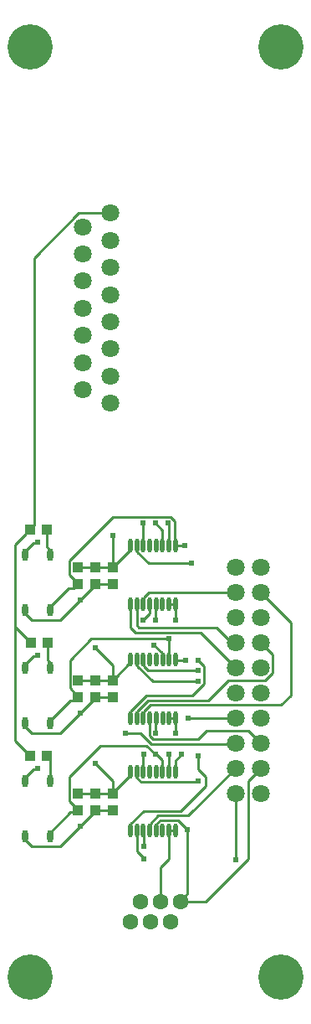
<source format=gtl>
G04*
G04 #@! TF.GenerationSoftware,Altium Limited,Altium Designer,22.6.1 (34)*
G04*
G04 Layer_Physical_Order=1*
G04 Layer_Color=255*
%FSLAX23Y23*%
%MOIN*%
G70*
G04*
G04 #@! TF.SameCoordinates,B6A25038-3202-4191-8880-7B975E66899D*
G04*
G04*
G04 #@! TF.FilePolarity,Positive*
G04*
G01*
G75*
%ADD12C,0.010*%
%ADD15O,0.018X0.055*%
%ADD16R,0.039X0.043*%
%ADD17R,0.043X0.039*%
%ADD18O,0.024X0.051*%
%ADD28C,0.071*%
%ADD29C,0.063*%
%ADD30C,0.180*%
%ADD31C,0.024*%
D12*
X1572Y2064D02*
X1573Y2065D01*
X1572Y1997D02*
Y2064D01*
X1572Y1996D02*
X1572Y1997D01*
X1637Y2052D02*
X1638D01*
X1647Y2043D01*
X1620Y2065D02*
X1624D01*
X1585Y2100D02*
X1620Y2065D01*
X1624D02*
X1637Y2052D01*
X1647Y1998D02*
Y2043D01*
Y1998D02*
X1648Y1996D01*
X1400Y2100D02*
X1585D01*
X1277Y1977D02*
X1400Y2100D01*
X1500Y2150D02*
X1560D01*
X1603Y2107D02*
X1937D01*
X1560Y2150D02*
X1603Y2107D01*
X1596Y2140D02*
X1610Y2125D01*
X1790D01*
X1825Y2160D01*
X1720Y1480D02*
Y1485D01*
X1709Y1804D02*
X1746Y1767D01*
Y1511D02*
Y1767D01*
X1720Y1485D02*
X1746Y1511D01*
X1720Y1480D02*
X1820D01*
X1585Y2298D02*
X1768D01*
X1790Y2440D02*
X1815Y2415D01*
Y2345D02*
Y2415D01*
X1768Y2298D02*
X1815Y2345D01*
X1546Y1681D02*
Y1764D01*
Y1681D02*
X1573Y1654D01*
Y1650D02*
Y1654D01*
X1990Y1650D02*
Y1960D01*
X1820Y1480D02*
X1990Y1650D01*
Y1960D02*
X2040Y2010D01*
X1126Y1700D02*
X1240D01*
X1320Y1780D02*
Y1781D01*
X1240Y1700D02*
X1320Y1780D01*
X1369Y1830D02*
X1380Y1841D01*
X1320Y1781D02*
X1369Y1830D01*
X1380D01*
X1320Y2230D02*
Y2231D01*
X1319Y2231D02*
X1380Y2291D01*
X1239Y2150D02*
X1319Y2231D01*
X1369Y2280D02*
X1380D01*
X1320Y2231D02*
X1369Y2280D01*
X1239Y2600D02*
X1319Y2681D01*
X1320Y2681D02*
X1379Y2740D01*
X1319Y2681D02*
X1380Y2741D01*
X1379Y2740D02*
X1380D01*
X1320Y2680D02*
Y2681D01*
X1670Y2985D02*
X1673Y2982D01*
Y2898D02*
Y2982D01*
Y2898D02*
X1674Y2896D01*
X1620Y2985D02*
X1648Y2957D01*
Y2896D02*
Y2957D01*
X1450Y1910D02*
Y1960D01*
X1380Y2030D02*
X1450Y1960D01*
X1277Y1878D02*
Y1977D01*
X1937Y2107D02*
X1940Y2110D01*
X1450Y2360D02*
Y2420D01*
X1380Y2490D02*
X1450Y2420D01*
X1279Y2328D02*
Y2439D01*
X1365Y2525D02*
X1675D01*
X1279Y2439D02*
X1365Y2525D01*
X1380Y1830D02*
X1393Y1843D01*
X1380D02*
X1393D01*
X1433D01*
X1450D01*
X1383Y2743D02*
X1450D01*
X1380Y2740D02*
X1383Y2743D01*
X1443Y2293D02*
X1450D01*
X1380D02*
X1393D01*
X1380Y2280D02*
X1393Y2293D01*
X1443D01*
X1700Y2040D02*
X1725Y2065D01*
X1700Y1996D02*
Y2040D01*
X1787Y1957D02*
X1790Y1960D01*
X1777Y1956D02*
X1779Y1957D01*
X1787D01*
X1563Y1956D02*
X1777D01*
X1820Y1940D02*
Y1977D01*
X1720Y1840D02*
X1820Y1940D01*
X1790Y2007D02*
X1820Y1977D01*
X1624Y1840D02*
X1720D01*
X1790Y2007D02*
Y2060D01*
X1624Y1840D02*
X1624Y1840D01*
X1573Y1840D02*
X1624D01*
X1522Y2235D02*
X1585Y2298D01*
X1750Y2210D02*
X1940D01*
X1548Y1971D02*
X1563Y1956D01*
X1546Y1996D02*
X1548Y1995D01*
Y1971D02*
Y1995D01*
X1522Y1789D02*
X1573Y1840D01*
X1593Y2825D02*
X1765D01*
X1548Y2871D02*
Y2895D01*
Y2871D02*
X1593Y2825D01*
X1546Y2896D02*
X1548Y2895D01*
X1570Y2985D02*
X1571Y2984D01*
Y2897D02*
Y2984D01*
Y2897D02*
X1572Y2896D01*
X1940Y1645D02*
Y1910D01*
X1674Y1996D02*
X1674Y1997D01*
Y2064D01*
X1675Y2065D01*
X1596Y2662D02*
X1597Y2664D01*
X1596Y2625D02*
Y2662D01*
X1571Y2600D02*
X1596Y2625D01*
X1546Y2579D02*
Y2664D01*
Y2579D02*
X1555Y2570D01*
X1864D01*
X1520Y2570D02*
Y2664D01*
X1540Y2550D02*
X1800D01*
X1520Y2570D02*
X1540Y2550D01*
X1573Y1702D02*
X1575Y1700D01*
X1573Y1702D02*
Y1762D01*
X1572Y1764D02*
X1573Y1762D01*
X1700Y2600D02*
Y2664D01*
Y2600D02*
X1700Y2600D01*
X1700Y2664D02*
X1700Y2664D01*
X1700Y2150D02*
Y2210D01*
X1380Y2810D02*
X1450D01*
Y2812D02*
Y2935D01*
X1380Y2360D02*
X1450D01*
X1380Y1910D02*
X1450D01*
X1522Y1765D02*
Y1789D01*
X1520Y1764D02*
X1522Y1765D01*
X1752Y1822D02*
X1940Y2010D01*
X1632Y1822D02*
X1752D01*
X1599Y1789D02*
X1632Y1822D01*
X1599Y1765D02*
Y1789D01*
X1597Y1764D02*
X1599Y1765D01*
X1548Y2417D02*
X1610Y2355D01*
X1548Y2417D02*
Y2441D01*
X1546Y2442D02*
X1548Y2441D01*
X1610Y2355D02*
X1790D01*
X1574Y2417D02*
Y2441D01*
Y2417D02*
X1590Y2400D01*
X1790D01*
X1572Y2442D02*
X1574Y2441D01*
X1548Y2235D02*
X1592Y2280D01*
X1910Y2360D02*
X2058D01*
X1830Y2280D02*
X1910Y2360D01*
X1592Y2280D02*
X1830D01*
X1548Y2211D02*
Y2235D01*
X2058Y2360D02*
X2088Y2390D01*
X1546Y2210D02*
X1548Y2211D01*
X1522D02*
Y2235D01*
X1521Y2210D02*
X1522Y2211D01*
X2040Y2510D02*
X2088Y2462D01*
Y2390D02*
Y2462D01*
X2160Y2300D02*
Y2590D01*
X2040Y2710D02*
X2160Y2590D01*
X1600Y2262D02*
X2122D01*
X2160Y2300D01*
X1574Y2235D02*
X1600Y2262D01*
X1574Y2211D02*
Y2235D01*
X1572Y2210D02*
X1574Y2211D01*
X1647Y2444D02*
X1649Y2442D01*
X1647Y2444D02*
Y2468D01*
X1615Y2500D02*
X1647Y2468D01*
X1615Y2500D02*
X1615D01*
X1675Y2468D02*
Y2525D01*
X1825Y2160D02*
X1990D01*
X2040Y2110D01*
X1596Y2140D02*
Y2184D01*
X1622Y2151D02*
Y2209D01*
X1623Y2210D01*
X1621Y2150D02*
X1622Y2151D01*
X1800Y2550D02*
X1940Y2410D01*
X1864Y2570D02*
X1924Y2510D01*
X1620Y2600D02*
X1621Y2601D01*
Y2662D02*
X1623Y2664D01*
X1621Y2601D02*
Y2662D01*
X1450Y3010D02*
X1680D01*
X1698Y2898D02*
Y2992D01*
X1680Y3010D02*
X1698Y2992D01*
X1277Y2837D02*
X1450Y3010D01*
X1700Y2897D02*
X1737D01*
X1700Y2896D02*
X1700Y2897D01*
X1700Y2442D02*
X1702Y2440D01*
X1740D01*
X1596Y2209D02*
X1598Y2210D01*
X1596Y2184D02*
X1596Y2184D01*
Y2209D01*
X1674Y2210D02*
X1700D01*
X1924Y2510D02*
X1940D01*
X1573Y2665D02*
Y2689D01*
X1594Y2710D01*
X1940D01*
X1572Y2664D02*
X1573Y2665D01*
X1698Y2898D02*
X1700Y2896D01*
X1277Y2778D02*
X1310Y2745D01*
X1277Y2778D02*
Y2837D01*
X1310Y2743D02*
Y2745D01*
X1673Y2444D02*
X1674Y2442D01*
X1673Y2444D02*
Y2468D01*
X1279Y2328D02*
X1312Y2295D01*
Y2293D02*
Y2295D01*
X1309Y1846D02*
X1310Y1845D01*
X1277Y1878D02*
X1309Y1846D01*
X1298Y1835D02*
X1309Y1846D01*
X1310Y1843D02*
Y1845D01*
X1380Y2741D02*
Y2743D01*
X1126Y2600D02*
X1239D01*
X1100Y2626D02*
Y2640D01*
Y2626D02*
X1126Y2600D01*
X1380Y2291D02*
Y2293D01*
X1126Y2150D02*
X1239D01*
X1100Y2176D02*
Y2190D01*
Y2176D02*
X1126Y2150D01*
X1380Y1841D02*
Y1843D01*
X1100Y1726D02*
X1126Y1700D01*
X1100Y1726D02*
Y1740D01*
X1310Y1910D02*
X1380D01*
X1310Y2810D02*
X1380D01*
X1103Y2075D02*
Y2077D01*
X1060Y2120D02*
Y2573D01*
X1118Y2060D02*
X1120D01*
X1103Y2075D02*
X1118Y2060D01*
X1060Y2120D02*
X1103Y2077D01*
X1060Y2573D02*
X1106Y2527D01*
X1121Y2510D02*
X1123D01*
X1106Y2525D02*
X1121Y2510D01*
X1106Y2525D02*
Y2527D01*
X1103Y2945D02*
X1118Y2960D01*
X1103Y2943D02*
Y2945D01*
X1060Y2900D02*
X1103Y2943D01*
X1060Y2573D02*
Y2900D01*
X1118Y2960D02*
X1120D01*
X1137Y2975D02*
Y4039D01*
X1315Y4218D02*
X1442D01*
X1137Y4039D02*
X1315Y4218D01*
X1122Y2960D02*
X1137Y2975D01*
X1120Y2960D02*
X1122D01*
X1273Y2726D02*
X1295D01*
X1310Y2741D01*
Y2743D01*
X1200Y2640D02*
Y2654D01*
X1273Y2726D01*
X1639Y1804D02*
X1709D01*
X1624Y1789D02*
X1639Y1804D01*
X1624Y1765D02*
Y1789D01*
X1623Y1764D02*
X1624Y1765D01*
X1674Y1764D02*
X1700D01*
X1450Y1912D02*
X1514Y1976D01*
X1281Y1835D02*
X1298D01*
X1200Y1754D02*
X1281Y1835D01*
X1514Y1976D02*
X1517D01*
X1520Y1980D01*
Y1996D01*
X1133Y2007D02*
X1147D01*
X1100Y1974D02*
X1133Y2007D01*
X1147D02*
X1150Y2010D01*
X1100Y1960D02*
Y1974D01*
X1200Y1960D02*
Y2047D01*
Y1740D02*
Y1754D01*
X1187Y2060D02*
X1200Y2047D01*
X1467Y2827D02*
X1516Y2876D01*
X1467Y2377D02*
X1512Y2422D01*
X1674Y2664D02*
X1700D01*
X1674Y1651D02*
Y1764D01*
X1640Y1480D02*
Y1617D01*
X1674Y1651D01*
X1133Y2907D02*
X1147D01*
X1150Y2910D01*
X1100Y2860D02*
Y2874D01*
X1133Y2907D01*
Y2457D02*
X1147D01*
X1150Y2460D01*
X1100Y2410D02*
Y2424D01*
X1133Y2457D01*
X1450Y2362D02*
X1465Y2377D01*
X1467D01*
X1521Y2426D02*
Y2442D01*
X1512Y2422D02*
X1517D01*
X1521Y2426D01*
X1450Y2812D02*
X1465Y2827D01*
X1467D01*
X1516Y2876D02*
X1517D01*
X1450Y2810D02*
Y2812D01*
X1517Y2876D02*
X1520Y2880D01*
Y2896D01*
X1312Y2360D02*
X1380D01*
X1200Y2860D02*
Y2878D01*
X1187Y2891D02*
Y2960D01*
Y2891D02*
X1200Y2878D01*
Y2200D02*
X1280Y2280D01*
X1300D01*
X1310Y2290D01*
X1200Y2190D02*
Y2200D01*
X1190Y2438D02*
X1200Y2428D01*
X1190Y2438D02*
Y2510D01*
X1200Y2410D02*
Y2428D01*
D15*
X1520Y1764D02*
D03*
X1546D02*
D03*
X1572D02*
D03*
X1597D02*
D03*
X1623D02*
D03*
X1648D02*
D03*
X1674D02*
D03*
X1700D02*
D03*
X1520Y1996D02*
D03*
X1546D02*
D03*
X1572D02*
D03*
X1597D02*
D03*
X1623D02*
D03*
X1648D02*
D03*
X1674D02*
D03*
X1700D02*
D03*
X1521Y2210D02*
D03*
X1546D02*
D03*
X1572D02*
D03*
X1598D02*
D03*
X1623D02*
D03*
X1649D02*
D03*
X1674D02*
D03*
X1700D02*
D03*
X1521Y2442D02*
D03*
X1546D02*
D03*
X1572D02*
D03*
X1598D02*
D03*
X1623D02*
D03*
X1649D02*
D03*
X1674D02*
D03*
X1700D02*
D03*
X1700Y2896D02*
D03*
X1674D02*
D03*
X1648D02*
D03*
X1623D02*
D03*
X1597D02*
D03*
X1572D02*
D03*
X1546D02*
D03*
X1520D02*
D03*
X1700Y2664D02*
D03*
X1674D02*
D03*
X1648D02*
D03*
X1623D02*
D03*
X1597D02*
D03*
X1572D02*
D03*
X1546D02*
D03*
X1520D02*
D03*
D16*
X1310Y1843D02*
D03*
Y1910D02*
D03*
X1380Y1843D02*
D03*
Y1910D02*
D03*
X1450Y1843D02*
D03*
Y1910D02*
D03*
X1380Y2360D02*
D03*
Y2293D02*
D03*
X1450Y2360D02*
D03*
Y2293D02*
D03*
Y2810D02*
D03*
Y2743D02*
D03*
X1380Y2810D02*
D03*
Y2743D02*
D03*
X1310Y2810D02*
D03*
Y2743D02*
D03*
X1312Y2360D02*
D03*
Y2293D02*
D03*
D17*
X1187Y2060D02*
D03*
X1120D02*
D03*
X1187Y2960D02*
D03*
X1120D02*
D03*
X1123Y2510D02*
D03*
X1190D02*
D03*
D18*
X1100Y1740D02*
D03*
X1200D02*
D03*
X1100Y1960D02*
D03*
X1200D02*
D03*
X1100Y2640D02*
D03*
X1200D02*
D03*
X1100Y2860D02*
D03*
X1200D02*
D03*
Y2410D02*
D03*
X1100D02*
D03*
X1200Y2190D02*
D03*
X1100D02*
D03*
D28*
X2040Y2810D02*
D03*
Y2710D02*
D03*
Y2610D02*
D03*
Y2510D02*
D03*
Y2110D02*
D03*
Y2210D02*
D03*
Y2310D02*
D03*
Y2410D02*
D03*
X1940D02*
D03*
Y2310D02*
D03*
Y2210D02*
D03*
Y2110D02*
D03*
Y2510D02*
D03*
Y2610D02*
D03*
Y2710D02*
D03*
Y2810D02*
D03*
Y1910D02*
D03*
Y2010D02*
D03*
X2040D02*
D03*
Y1910D02*
D03*
X1330Y3516D02*
D03*
Y3624D02*
D03*
Y3732D02*
D03*
Y3840D02*
D03*
Y3948D02*
D03*
Y4056D02*
D03*
Y4164D02*
D03*
X1442Y4218D02*
D03*
Y4110D02*
D03*
Y4002D02*
D03*
Y3894D02*
D03*
Y3786D02*
D03*
Y3678D02*
D03*
Y3570D02*
D03*
Y3462D02*
D03*
D29*
X1520Y1400D02*
D03*
X1600D02*
D03*
X1680D02*
D03*
X1560Y1480D02*
D03*
X1640D02*
D03*
X1720D02*
D03*
D30*
X1120Y1180D02*
D03*
X2120D02*
D03*
Y4880D02*
D03*
X1120D02*
D03*
D31*
X1573Y2065D02*
D03*
X1620D02*
D03*
X1746Y1767D02*
D03*
X1790Y2440D02*
D03*
X1573Y1650D02*
D03*
X1320Y1780D02*
D03*
Y2230D02*
D03*
Y2680D02*
D03*
X1670Y2985D02*
D03*
X1620Y2985D02*
D03*
X1380Y2030D02*
D03*
X1500Y2150D02*
D03*
X1380Y2490D02*
D03*
X1725Y2065D02*
D03*
X1790Y1960D02*
D03*
Y2060D02*
D03*
X1750Y2210D02*
D03*
X1765Y2825D02*
D03*
X1570Y2985D02*
D03*
X1940Y1645D02*
D03*
X1675Y2065D02*
D03*
X1571Y2600D02*
D03*
X1575Y1700D02*
D03*
X1700Y2600D02*
D03*
Y2150D02*
D03*
X1450Y2935D02*
D03*
X1790Y2355D02*
D03*
Y2400D02*
D03*
X1615Y2500D02*
D03*
X1621Y2150D02*
D03*
X1675Y2525D02*
D03*
X1620Y2600D02*
D03*
X1737Y2897D02*
D03*
X1740Y2440D02*
D03*
X1150Y2010D02*
D03*
Y2910D02*
D03*
Y2460D02*
D03*
M02*

</source>
